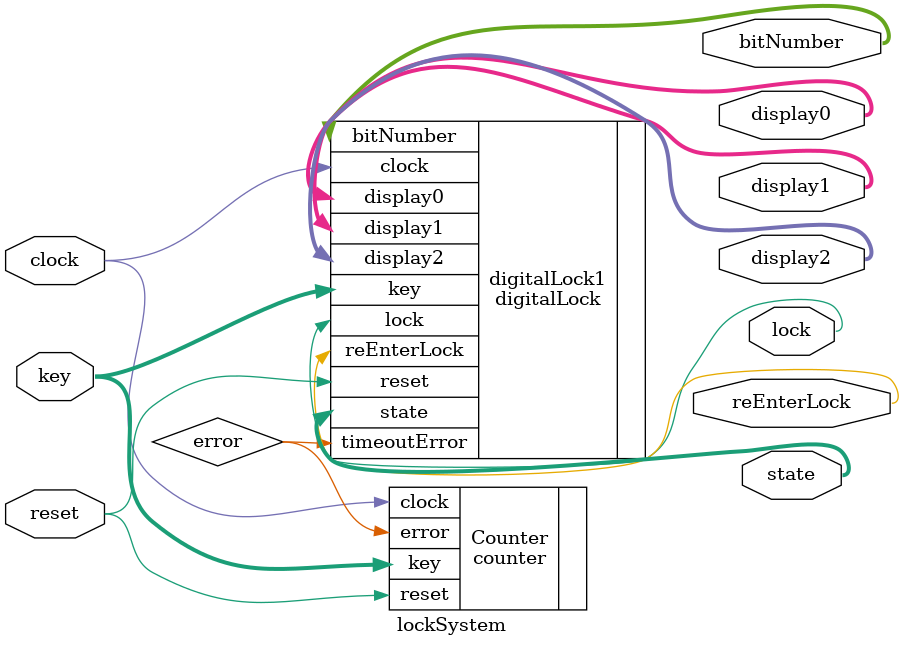
<source format=v>
module lockSystem #(				//Top-level module
	//parameter list
	parameter sequenceLength=4,			//length of sequence can be modified
	parameter clockFrequency=50000000,	//input clock frequency parameter
	parameter timeout=10
)(
	//port list
	input clock,						//input clock signal
	input [3:0] key,					//input sequence
	input reset,						//input reset signal
	output reEnterLock,				
	output [3:0] state,			//can be commented out if not debugging 					
	output lock,
	output [3:0] bitNumber,			
	output [6:0] display0,		//hex0 display displays value of key pressed
	output [6:0] display1,		//hex1 display displays current mode of operation 
	output [6:0] display2		//hex2 display indicates if there is error
);

//connects error ouput of counter module to timeoutError input of digitalLock module
wire error;  

counter #(
	.frequency(clockFrequency),		//parameter redefinition
	.timeoutSeconds(timeout)
)
Counter(									//instance name
	//port connection list
	.clock(clock),
	.reset(reset),
	.key(key),
	.error(error)
);

digitalLock #(
	.numberOfDigits(sequenceLength) //parameter redefinition
)
digitalLock1(					//instance name
	//port connection list
	.clock(clock), 
   .reset(reset),
	.key(key),
	.timeoutError(error),
	.reEnterLock(reEnterLock),
	.state(state),			//can be commented out if not debugging 	
	.lock(lock),
	.bitNumber(bitNumber),
	.display0(display0),
	.display1(display1),
	.display2(display2)
);

endmodule
 

</source>
